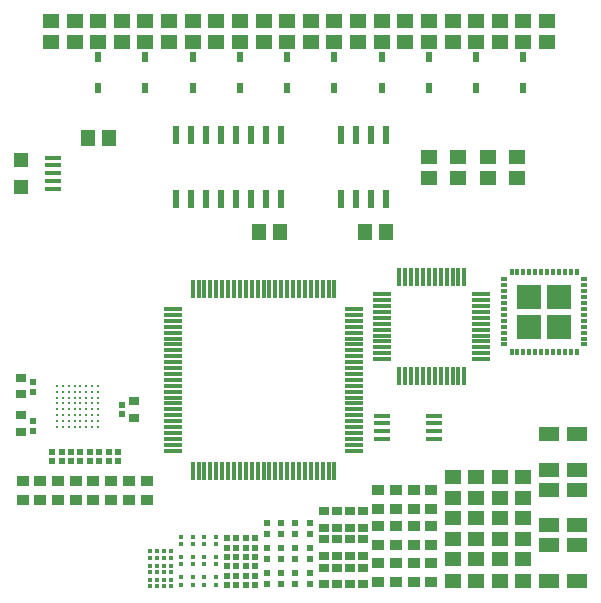
<source format=gtp>
G04 #@! TF.FileFunction,Paste,Top*
%FSLAX46Y46*%
G04 Gerber Fmt 4.6, Leading zero omitted, Abs format (unit mm)*
G04 Created by KiCad (PCBNEW 0.201512291232+6408~40~ubuntu14.04.1-stable) date Thu 31 Dec 2015 04:45:24 GMT*
%MOMM*%
G01*
G04 APERTURE LIST*
%ADD10C,0.100000*%
%ADD11R,1.150000X1.450000*%
%ADD12R,1.450000X1.150000*%
%ADD13R,0.600000X1.550000*%
%ADD14R,1.350000X0.400000*%
%ADD15R,1.200000X1.200000*%
%ADD16R,0.420000X0.460000*%
%ADD17R,0.620000X0.620000*%
%ADD18R,1.000000X0.950000*%
%ADD19R,1.800000X1.150000*%
%ADD20R,1.450000X0.450000*%
%ADD21R,1.500000X0.300000*%
%ADD22R,0.300000X1.500000*%
%ADD23R,0.500000X0.900000*%
%ADD24R,0.900000X0.750000*%
%ADD25R,0.520000X0.520000*%
%ADD26R,0.320000X0.360000*%
%ADD27C,0.280000*%
%ADD28R,0.550000X0.300000*%
%ADD29R,0.300000X0.550000*%
%ADD30R,2.002000X2.002000*%
G04 APERTURE END LIST*
D10*
D11*
X73400000Y-69000000D03*
X71600000Y-69000000D03*
X58900000Y-61000000D03*
X57100000Y-61000000D03*
X82400000Y-69000000D03*
X80600000Y-69000000D03*
D12*
X86000000Y-62600000D03*
X86000000Y-64400000D03*
X93500000Y-64400000D03*
X93500000Y-62600000D03*
X54000000Y-51100000D03*
X54000000Y-52900000D03*
X58000000Y-51100000D03*
X58000000Y-52900000D03*
X62000000Y-51100000D03*
X62000000Y-52900000D03*
X66000000Y-51100000D03*
X66000000Y-52900000D03*
X70000000Y-51100000D03*
X70000000Y-52900000D03*
X74000000Y-51100000D03*
X74000000Y-52900000D03*
X78000000Y-51100000D03*
X78000000Y-52900000D03*
X82000000Y-51100000D03*
X82000000Y-52900000D03*
X86000000Y-51100000D03*
X86000000Y-52900000D03*
X90000000Y-51100000D03*
X90000000Y-52900000D03*
X94000000Y-51100000D03*
X94000000Y-52900000D03*
D13*
X73445000Y-60800000D03*
X72175000Y-60800000D03*
X70905000Y-60800000D03*
X69635000Y-60800000D03*
X68365000Y-60800000D03*
X67095000Y-60800000D03*
X65825000Y-60800000D03*
X64555000Y-60800000D03*
X64555000Y-66200000D03*
X65825000Y-66200000D03*
X67095000Y-66200000D03*
X68365000Y-66200000D03*
X69635000Y-66200000D03*
X70905000Y-66200000D03*
X72175000Y-66200000D03*
X73445000Y-66200000D03*
X82405000Y-60800000D03*
X81135000Y-60800000D03*
X79865000Y-60800000D03*
X78595000Y-60800000D03*
X78595000Y-66200000D03*
X79865000Y-66200000D03*
X81135000Y-66200000D03*
X82405000Y-66200000D03*
D14*
X54175000Y-62700000D03*
X54175000Y-63350000D03*
X54175000Y-64000000D03*
X54175000Y-64650000D03*
X54175000Y-65300000D03*
D15*
X51500000Y-62850000D03*
X51500000Y-65150000D03*
D12*
X88500000Y-62600000D03*
X88500000Y-64400000D03*
X91000000Y-62600000D03*
X91000000Y-64400000D03*
X56000000Y-52900000D03*
X56000000Y-51100000D03*
X60000000Y-52900000D03*
X60000000Y-51100000D03*
X64000000Y-52900000D03*
X64000000Y-51100000D03*
X68000000Y-52900000D03*
X68000000Y-51100000D03*
X72000000Y-52900000D03*
X72000000Y-51100000D03*
X76000000Y-52900000D03*
X76000000Y-51100000D03*
X80000000Y-52900000D03*
X80000000Y-51100000D03*
X84000000Y-52900000D03*
X84000000Y-51100000D03*
X88000000Y-52900000D03*
X88000000Y-51100000D03*
X92000000Y-52900000D03*
X92000000Y-51100000D03*
X96000000Y-52900000D03*
X96000000Y-51100000D03*
D16*
X68000000Y-94770000D03*
X68000000Y-95430000D03*
X68000000Y-96470000D03*
X68000000Y-97130000D03*
X68000000Y-98170000D03*
X68000000Y-98830000D03*
D17*
X75900000Y-93650000D03*
X75900000Y-94550000D03*
X75900000Y-95750000D03*
X75900000Y-96650000D03*
X75900000Y-97850000D03*
X75900000Y-98750000D03*
D18*
X86200000Y-90800000D03*
X86200000Y-92400000D03*
X86200000Y-93900000D03*
X86200000Y-95500000D03*
X86200000Y-97000000D03*
X86200000Y-98600000D03*
D12*
X94000000Y-89700000D03*
X94000000Y-91500000D03*
X94000000Y-93200000D03*
X94000000Y-95000000D03*
X94000000Y-96700000D03*
X94000000Y-98500000D03*
D19*
X96200000Y-86100000D03*
X96200000Y-89100000D03*
X96200000Y-90800000D03*
X96200000Y-93800000D03*
X96200000Y-95500000D03*
X96200000Y-98500000D03*
D16*
X67000000Y-94770000D03*
X67000000Y-95430000D03*
X67000000Y-96470000D03*
X67000000Y-97130000D03*
X67000000Y-98170000D03*
X67000000Y-98830000D03*
D17*
X74700000Y-93650000D03*
X74700000Y-94550000D03*
X74700000Y-95750000D03*
X74700000Y-96650000D03*
X74700000Y-97850000D03*
X74700000Y-98750000D03*
D18*
X84700000Y-90800000D03*
X84700000Y-92400000D03*
X84700000Y-93900000D03*
X84700000Y-95500000D03*
X84700000Y-97000000D03*
X84700000Y-98600000D03*
D12*
X92000000Y-89700000D03*
X92000000Y-91500000D03*
X92000000Y-93200000D03*
X92000000Y-95000000D03*
X92000000Y-96700000D03*
X92000000Y-98500000D03*
D19*
X98500000Y-86100000D03*
X98500000Y-89100000D03*
X98500000Y-90800000D03*
X98500000Y-93800000D03*
X98500000Y-95500000D03*
X98500000Y-98500000D03*
D16*
X66000000Y-94770000D03*
X66000000Y-95430000D03*
X66000000Y-96470000D03*
X66000000Y-97130000D03*
X66000000Y-98170000D03*
X66000000Y-98830000D03*
D17*
X73500000Y-93650000D03*
X73500000Y-94550000D03*
X73500000Y-95750000D03*
X73500000Y-96650000D03*
X73500000Y-97850000D03*
X73500000Y-98750000D03*
D18*
X83200000Y-90800000D03*
X83200000Y-92400000D03*
X83200000Y-93900000D03*
X83200000Y-95500000D03*
X83200000Y-97000000D03*
X83200000Y-98600000D03*
D12*
X90000000Y-89700000D03*
X90000000Y-91500000D03*
X90000000Y-93200000D03*
X90000000Y-95000000D03*
X90000000Y-96700000D03*
X90000000Y-98500000D03*
D16*
X65000000Y-94770000D03*
X65000000Y-95430000D03*
X65000000Y-96470000D03*
X65000000Y-97130000D03*
X65000000Y-98170000D03*
X65000000Y-98830000D03*
D17*
X72300000Y-93650000D03*
X72300000Y-94550000D03*
X72300000Y-95750000D03*
X72300000Y-96650000D03*
X72300000Y-97850000D03*
X72300000Y-98750000D03*
D18*
X81700000Y-90800000D03*
X81700000Y-92400000D03*
X81700000Y-93900000D03*
X81700000Y-95500000D03*
X81700000Y-97000000D03*
X81700000Y-98600000D03*
D20*
X82050000Y-84525000D03*
X82050000Y-85175000D03*
X82050000Y-85825000D03*
X82050000Y-86475000D03*
X86450000Y-86475000D03*
X86450000Y-85825000D03*
X86450000Y-85175000D03*
X86450000Y-84525000D03*
D21*
X82050000Y-74250000D03*
X82050000Y-74750000D03*
X82050000Y-75250000D03*
X82050000Y-75750000D03*
X82050000Y-76250000D03*
X82050000Y-76750000D03*
X82050000Y-77250000D03*
X82050000Y-77750000D03*
X82050000Y-78250000D03*
X82050000Y-78750000D03*
X82050000Y-79250000D03*
X82050000Y-79750000D03*
D22*
X83500000Y-81200000D03*
X84000000Y-81200000D03*
X84500000Y-81200000D03*
X85000000Y-81200000D03*
X85500000Y-81200000D03*
X86000000Y-81200000D03*
X86500000Y-81200000D03*
X87000000Y-81200000D03*
X87500000Y-81200000D03*
X88000000Y-81200000D03*
X88500000Y-81200000D03*
X89000000Y-81200000D03*
D21*
X90450000Y-79750000D03*
X90450000Y-79250000D03*
X90450000Y-78750000D03*
X90450000Y-78250000D03*
X90450000Y-77750000D03*
X90450000Y-77250000D03*
X90450000Y-76750000D03*
X90450000Y-76250000D03*
X90450000Y-75750000D03*
X90450000Y-75250000D03*
X90450000Y-74750000D03*
X90450000Y-74250000D03*
D22*
X89000000Y-72800000D03*
X88500000Y-72800000D03*
X88000000Y-72800000D03*
X87500000Y-72800000D03*
X87000000Y-72800000D03*
X86500000Y-72800000D03*
X86000000Y-72800000D03*
X85500000Y-72800000D03*
X85000000Y-72800000D03*
X84500000Y-72800000D03*
X84000000Y-72800000D03*
X83500000Y-72800000D03*
D21*
X64300000Y-75500000D03*
X64300000Y-76000000D03*
X64300000Y-76500000D03*
X64300000Y-77000000D03*
X64300000Y-77500000D03*
X64300000Y-78000000D03*
X64300000Y-78500000D03*
X64300000Y-79000000D03*
X64300000Y-79500000D03*
X64300000Y-80000000D03*
X64300000Y-80500000D03*
X64300000Y-81000000D03*
X64300000Y-81500000D03*
X64300000Y-82000000D03*
X64300000Y-82500000D03*
X64300000Y-83000000D03*
X64300000Y-83500000D03*
X64300000Y-84000000D03*
X64300000Y-84500000D03*
X64300000Y-85000000D03*
X64300000Y-85500000D03*
X64300000Y-86000000D03*
X64300000Y-86500000D03*
X64300000Y-87000000D03*
X64300000Y-87500000D03*
D22*
X66000000Y-89200000D03*
X66500000Y-89200000D03*
X67000000Y-89200000D03*
X67500000Y-89200000D03*
X68000000Y-89200000D03*
X68500000Y-89200000D03*
X69000000Y-89200000D03*
X69500000Y-89200000D03*
X70000000Y-89200000D03*
X70500000Y-89200000D03*
X71000000Y-89200000D03*
X71500000Y-89200000D03*
X72000000Y-89200000D03*
X72500000Y-89200000D03*
X73000000Y-89200000D03*
X73500000Y-89200000D03*
X74000000Y-89200000D03*
X74500000Y-89200000D03*
X75000000Y-89200000D03*
X75500000Y-89200000D03*
X76000000Y-89200000D03*
X76500000Y-89200000D03*
X77000000Y-89200000D03*
X77500000Y-89200000D03*
X78000000Y-89200000D03*
D21*
X79700000Y-87500000D03*
X79700000Y-87000000D03*
X79700000Y-86500000D03*
X79700000Y-86000000D03*
X79700000Y-85500000D03*
X79700000Y-85000000D03*
X79700000Y-84500000D03*
X79700000Y-84000000D03*
X79700000Y-83500000D03*
X79700000Y-83000000D03*
X79700000Y-82500000D03*
X79700000Y-82000000D03*
X79700000Y-81500000D03*
X79700000Y-81000000D03*
X79700000Y-80500000D03*
X79700000Y-80000000D03*
X79700000Y-79500000D03*
X79700000Y-79000000D03*
X79700000Y-78500000D03*
X79700000Y-78000000D03*
X79700000Y-77500000D03*
X79700000Y-77000000D03*
X79700000Y-76500000D03*
X79700000Y-76000000D03*
X79700000Y-75500000D03*
D22*
X78000000Y-73800000D03*
X77500000Y-73800000D03*
X77000000Y-73800000D03*
X76500000Y-73800000D03*
X76000000Y-73800000D03*
X75500000Y-73800000D03*
X75000000Y-73800000D03*
X74500000Y-73800000D03*
X74000000Y-73800000D03*
X73500000Y-73800000D03*
X73000000Y-73800000D03*
X72500000Y-73800000D03*
X72000000Y-73800000D03*
X71500000Y-73800000D03*
X71000000Y-73800000D03*
X70500000Y-73800000D03*
X70000000Y-73800000D03*
X69500000Y-73800000D03*
X69000000Y-73800000D03*
X68500000Y-73800000D03*
X68000000Y-73800000D03*
X67500000Y-73800000D03*
X67000000Y-73800000D03*
X66500000Y-73800000D03*
X66000000Y-73800000D03*
D23*
X70000000Y-54200000D03*
X70000000Y-56800000D03*
X66000000Y-54200000D03*
X66000000Y-56800000D03*
X62000000Y-54200000D03*
X62000000Y-56800000D03*
X58000000Y-54200000D03*
X58000000Y-56800000D03*
X90000000Y-54200000D03*
X90000000Y-56800000D03*
X86000000Y-54200000D03*
X86000000Y-56800000D03*
X82000000Y-54200000D03*
X82000000Y-56800000D03*
X78000000Y-54200000D03*
X78000000Y-56800000D03*
D24*
X77100000Y-97400000D03*
X77100000Y-98800000D03*
X77100000Y-95000000D03*
X77100000Y-96400000D03*
X77100000Y-92600000D03*
X77100000Y-94000000D03*
X78200000Y-97400000D03*
X78200000Y-98800000D03*
X78200000Y-95000000D03*
X78200000Y-96400000D03*
X78200000Y-92600000D03*
X78200000Y-94000000D03*
X79300000Y-97400000D03*
X79300000Y-98800000D03*
X79300000Y-95000000D03*
X79300000Y-96400000D03*
X79300000Y-92600000D03*
X79300000Y-94000000D03*
X80400000Y-97400000D03*
X80400000Y-98800000D03*
X80400000Y-95000000D03*
X80400000Y-96400000D03*
X80400000Y-92600000D03*
X80400000Y-94000000D03*
D25*
X68900000Y-98100000D03*
X68900000Y-98900000D03*
X68900000Y-96500000D03*
X68900000Y-97300000D03*
X68900000Y-94900000D03*
X68900000Y-95700000D03*
X69700000Y-98100000D03*
X69700000Y-98900000D03*
X69700000Y-96500000D03*
X69700000Y-97300000D03*
X69700000Y-94900000D03*
X69700000Y-95700000D03*
X71300000Y-98100000D03*
X71300000Y-98900000D03*
X71300000Y-96500000D03*
X71300000Y-97300000D03*
X71300000Y-94900000D03*
X71300000Y-95700000D03*
X70500000Y-98100000D03*
X70500000Y-98900000D03*
X70500000Y-96500000D03*
X70500000Y-97300000D03*
X70500000Y-94900000D03*
X70500000Y-95700000D03*
D12*
X88000000Y-89700000D03*
X88000000Y-91500000D03*
X88000000Y-93200000D03*
X88000000Y-95000000D03*
X88000000Y-96700000D03*
X88000000Y-98500000D03*
D26*
X62400000Y-96020000D03*
X62400000Y-96580000D03*
X62400000Y-97220000D03*
X62400000Y-97780000D03*
X62400000Y-98420000D03*
X62400000Y-98980000D03*
X63000000Y-96020000D03*
X63000000Y-96580000D03*
X63000000Y-97220000D03*
X63000000Y-97780000D03*
X63000000Y-98420000D03*
X63000000Y-98980000D03*
X63600000Y-96020000D03*
X63600000Y-96580000D03*
X63600000Y-97220000D03*
X63600000Y-97780000D03*
X63600000Y-98420000D03*
X63600000Y-98980000D03*
X64200000Y-96020000D03*
X64200000Y-96580000D03*
X64200000Y-97220000D03*
X64200000Y-97780000D03*
X64200000Y-98420000D03*
X64200000Y-98980000D03*
D24*
X51500000Y-82700000D03*
X51500000Y-81300000D03*
X61000000Y-84700000D03*
X61000000Y-83300000D03*
X51500000Y-85900000D03*
X51500000Y-84500000D03*
D25*
X60000000Y-84400000D03*
X60000000Y-83600000D03*
X52500000Y-82500000D03*
X52500000Y-81700000D03*
X52500000Y-85800000D03*
X52500000Y-85000000D03*
D18*
X51600000Y-91700000D03*
X51600000Y-90100000D03*
X53100000Y-91700000D03*
X53100000Y-90100000D03*
X54600000Y-91700000D03*
X54600000Y-90100000D03*
D27*
X54500000Y-82000000D03*
X54500000Y-82500000D03*
X54500000Y-83000000D03*
X54500000Y-83500000D03*
X54500000Y-84000000D03*
X54500000Y-84500000D03*
X54500000Y-85000000D03*
X54500000Y-85500000D03*
X55000000Y-82000000D03*
X55000000Y-82500000D03*
X55000000Y-83000000D03*
X55000000Y-83500000D03*
X55000000Y-84000000D03*
X55000000Y-84500000D03*
X55000000Y-85000000D03*
X55000000Y-85500000D03*
X55500000Y-82000000D03*
X55500000Y-82500000D03*
X55500000Y-83000000D03*
X55500000Y-83500000D03*
X55500000Y-84000000D03*
X55500000Y-84500000D03*
X55500000Y-85000000D03*
X55500000Y-85500000D03*
X56000000Y-82000000D03*
X56000000Y-82500000D03*
X56000000Y-83000000D03*
X56000000Y-83500000D03*
X56000000Y-84000000D03*
X56000000Y-84500000D03*
X56000000Y-85000000D03*
X56000000Y-85500000D03*
X56500000Y-82000000D03*
X56500000Y-82500000D03*
X56500000Y-83000000D03*
X56500000Y-83500000D03*
X56500000Y-84000000D03*
X56500000Y-84500000D03*
X56500000Y-85000000D03*
X56500000Y-85500000D03*
X57000000Y-82000000D03*
X57000000Y-82500000D03*
X57000000Y-83000000D03*
X57000000Y-83500000D03*
X57000000Y-84000000D03*
X57000000Y-84500000D03*
X57000000Y-85000000D03*
X57000000Y-85500000D03*
X57500000Y-82000000D03*
X57500000Y-82500000D03*
X57500000Y-83000000D03*
X57500000Y-83500000D03*
X57500000Y-84000000D03*
X57500000Y-84500000D03*
X57500000Y-85000000D03*
X57500000Y-85500000D03*
X58000000Y-82000000D03*
X58000000Y-82500000D03*
X58000000Y-83000000D03*
X58000000Y-83500000D03*
X58000000Y-84000000D03*
X58000000Y-84500000D03*
X58000000Y-85000000D03*
X58000000Y-85500000D03*
D25*
X54100000Y-87600000D03*
X54100000Y-88400000D03*
X54900000Y-87600000D03*
X54900000Y-88400000D03*
X55700000Y-87600000D03*
X55700000Y-88400000D03*
D18*
X56100000Y-91700000D03*
X56100000Y-90100000D03*
X57600000Y-91700000D03*
X57600000Y-90100000D03*
X59100000Y-91700000D03*
X59100000Y-90100000D03*
X60600000Y-91700000D03*
X60600000Y-90100000D03*
D25*
X56500000Y-87600000D03*
X56500000Y-88400000D03*
X57300000Y-87600000D03*
X57300000Y-88400000D03*
X58100000Y-87600000D03*
X58100000Y-88400000D03*
D18*
X62100000Y-91700000D03*
X62100000Y-90100000D03*
D25*
X59700000Y-87600000D03*
X59700000Y-88400000D03*
X58900000Y-87600000D03*
X58900000Y-88400000D03*
D28*
X92375000Y-73000000D03*
X92375000Y-73500000D03*
X92375000Y-74000000D03*
X92375000Y-74500000D03*
X92375000Y-75000000D03*
X92375000Y-75500000D03*
X92375000Y-76000000D03*
X92375000Y-76500000D03*
X92375000Y-77000000D03*
X92375000Y-77500000D03*
X92375000Y-78000000D03*
X92375000Y-78500000D03*
D29*
X93000000Y-79125000D03*
X93500000Y-79125000D03*
X94000000Y-79125000D03*
X94500000Y-79125000D03*
X95000000Y-79125000D03*
X95500000Y-79125000D03*
X96000000Y-79125000D03*
X96500000Y-79125000D03*
X97000000Y-79125000D03*
X97500000Y-79125000D03*
X98000000Y-79125000D03*
X98500000Y-79125000D03*
D28*
X99125000Y-78500000D03*
X99125000Y-78000000D03*
X99125000Y-77500000D03*
X99125000Y-77000000D03*
X99125000Y-76500000D03*
X99125000Y-76000000D03*
X99125000Y-75500000D03*
X99125000Y-75000000D03*
X99125000Y-74500000D03*
X99125000Y-74000000D03*
X99125000Y-73500000D03*
X99125000Y-73000000D03*
D29*
X98500000Y-72375000D03*
X98000000Y-72375000D03*
X97500000Y-72375000D03*
X97000000Y-72375000D03*
X96500000Y-72375000D03*
X96000000Y-72375000D03*
X95500000Y-72375000D03*
X95000000Y-72375000D03*
X94500000Y-72375000D03*
X94000000Y-72375000D03*
X93500000Y-72375000D03*
X93000000Y-72375000D03*
D30*
X94500000Y-74500000D03*
X94500000Y-77000000D03*
X97000000Y-74500000D03*
X97000000Y-77000000D03*
D23*
X74000000Y-54200000D03*
X74000000Y-56800000D03*
X94000000Y-54200000D03*
X94000000Y-56800000D03*
M02*

</source>
